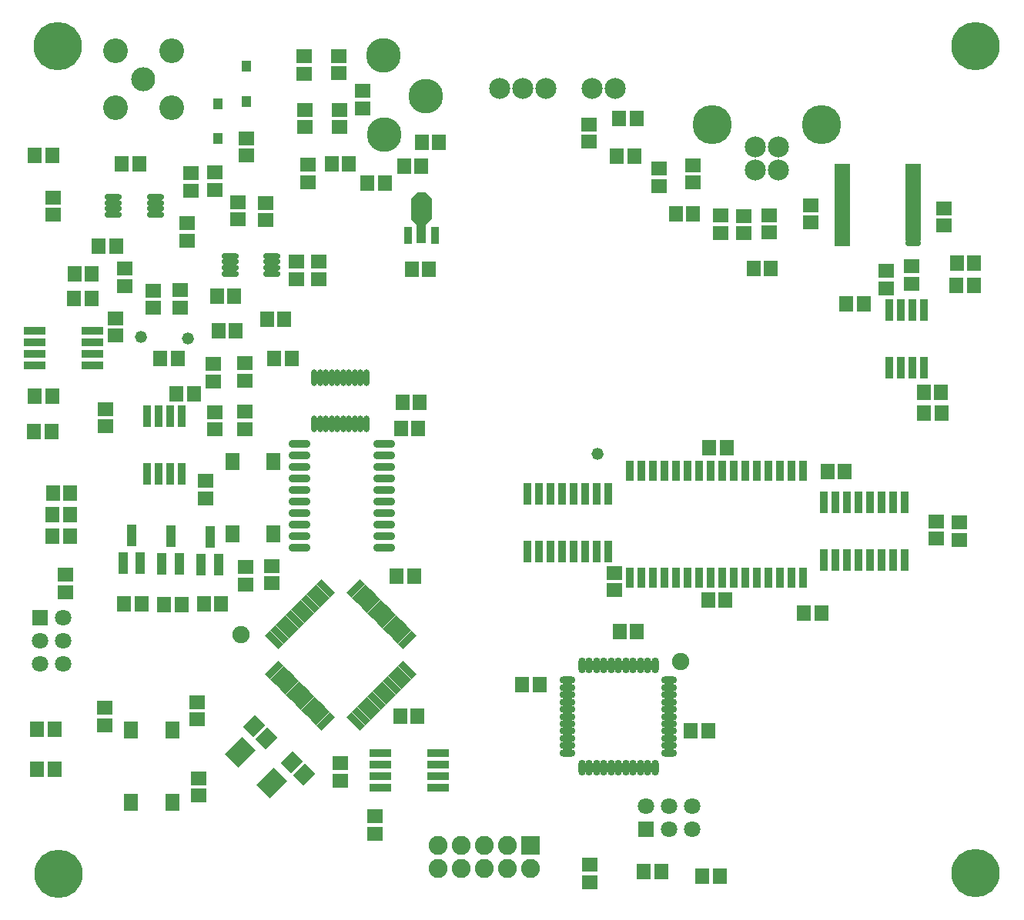
<source format=gts>
G04*
G04 #@! TF.GenerationSoftware,Altium Limited,Altium Designer,18.1.3 (115)*
G04*
G04 Layer_Color=8388736*
%FSAX25Y25*%
%MOIN*%
G70*
G01*
G75*
%ADD45O,0.07499X0.02696*%
%ADD46C,0.07500*%
%ADD47R,0.06318X0.07106*%
%ADD48R,0.07106X0.06318*%
%ADD49R,0.03600X0.09200*%
%ADD50R,0.06318X0.07302*%
%ADD51R,0.09200X0.03600*%
G04:AMPARAMS|DCode=52|XSize=63.18mil|YSize=71.06mil|CornerRadius=0mil|HoleSize=0mil|Usage=FLASHONLY|Rotation=135.000|XOffset=0mil|YOffset=0mil|HoleType=Round|Shape=Rectangle|*
%AMROTATEDRECTD52*
4,1,4,0.04746,0.00278,-0.00278,-0.04746,-0.04746,-0.00278,0.00278,0.04746,0.04746,0.00278,0.0*
%
%ADD52ROTATEDRECTD52*%

G04:AMPARAMS|DCode=53|XSize=82.87mil|YSize=106.49mil|CornerRadius=0mil|HoleSize=0mil|Usage=FLASHONLY|Rotation=135.000|XOffset=0mil|YOffset=0mil|HoleType=Round|Shape=Rectangle|*
%AMROTATEDRECTD53*
4,1,4,0.06695,0.00835,-0.00835,-0.06695,-0.06695,-0.00835,0.00835,0.06695,0.06695,0.00835,0.0*
%
%ADD53ROTATEDRECTD53*%

G04:AMPARAMS|DCode=54|XSize=82.87mil|YSize=31.69mil|CornerRadius=0mil|HoleSize=0mil|Usage=FLASHONLY|Rotation=135.000|XOffset=0mil|YOffset=0mil|HoleType=Round|Shape=Rectangle|*
%AMROTATEDRECTD54*
4,1,4,0.04050,-0.01810,0.01810,-0.04050,-0.04050,0.01810,-0.01810,0.04050,0.04050,-0.01810,0.0*
%
%ADD54ROTATEDRECTD54*%

G04:AMPARAMS|DCode=55|XSize=82.87mil|YSize=31.69mil|CornerRadius=0mil|HoleSize=0mil|Usage=FLASHONLY|Rotation=45.000|XOffset=0mil|YOffset=0mil|HoleType=Round|Shape=Rectangle|*
%AMROTATEDRECTD55*
4,1,4,-0.01810,-0.04050,-0.04050,-0.01810,0.01810,0.04050,0.04050,0.01810,-0.01810,-0.04050,0.0*
%
%ADD55ROTATEDRECTD55*%

%ADD56R,0.04350X0.09200*%
%ADD57R,0.04350X0.09224*%
%ADD58O,0.09468X0.03562*%
%ADD59O,0.02578X0.07302*%
%ADD60C,0.05200*%
%ADD61R,0.04153X0.05137*%
%ADD62R,0.06909X0.02696*%
%ADD63O,0.06909X0.02696*%
%ADD64R,0.03562X0.07499*%
%ADD65R,0.03956X0.09074*%
%ADD66R,0.07106X0.06318*%
%ADD67R,0.06318X0.07106*%
%ADD68O,0.03169X0.06909*%
%ADD69O,0.06909X0.03169*%
%ADD70R,0.03365X0.09074*%
%ADD71R,0.07106X0.07106*%
%ADD72C,0.07106*%
%ADD73R,0.08200X0.08200*%
%ADD74C,0.08200*%
%ADD75C,0.10400*%
%ADD76C,0.10700*%
%ADD77C,0.09074*%
%ADD78C,0.16948*%
%ADD79C,0.14980*%
%ADD80C,0.20885*%
%ADD81R,0.07106X0.07106*%
G36*
X0325258Y0415843D02*
X0325261Y0415843D01*
X0325295Y0415838D01*
X0325328Y0415832D01*
X0325393Y0415813D01*
X0325455Y0415788D01*
X0325514Y0415755D01*
X0325569Y0415716D01*
X0325619Y0415671D01*
X0325619Y0415671D01*
X0328178Y0413112D01*
X0328178Y0413112D01*
X0328223Y0413062D01*
X0328262Y0413007D01*
X0328277Y0412980D01*
X0328295Y0412948D01*
X0328320Y0412886D01*
X0328339Y0412821D01*
X0328345Y0412787D01*
X0328350Y0412754D01*
X0328351Y0412751D01*
X0328354Y0412687D01*
X0328354Y0412687D01*
Y0404420D01*
X0328354Y0404419D01*
X0328351Y0404356D01*
X0328350Y0404352D01*
X0328345Y0404319D01*
X0328339Y0404286D01*
X0328320Y0404221D01*
X0328295Y0404159D01*
X0328277Y0404126D01*
X0328262Y0404100D01*
X0328223Y0404045D01*
X0328178Y0403994D01*
X0328178Y0403994D01*
X0325619Y0401435D01*
X0325569Y0401390D01*
X0325514Y0401351D01*
X0325455Y0401319D01*
X0325393Y0401293D01*
X0325328Y0401274D01*
X0325295Y0401269D01*
X0325261Y0401263D01*
X0325258Y0401263D01*
X0325194Y0401259D01*
X0325194Y0401259D01*
X0322438D01*
X0322438Y0401259D01*
X0322375Y0401263D01*
X0322371Y0401263D01*
X0322338Y0401269D01*
X0322305Y0401274D01*
X0322240Y0401293D01*
X0322178Y0401319D01*
X0322118Y0401351D01*
X0322063Y0401390D01*
X0322013Y0401435D01*
X0322013Y0401435D01*
X0319454Y0403994D01*
X0319454Y0403994D01*
X0319409Y0404045D01*
X0319370Y0404100D01*
X0319356Y0404126D01*
X0319338Y0404159D01*
X0319312Y0404221D01*
X0319293Y0404286D01*
X0319288Y0404319D01*
X0319282Y0404352D01*
X0319282Y0404356D01*
X0319278Y0404419D01*
X0319278Y0404420D01*
Y0412687D01*
X0319278Y0412687D01*
X0319282Y0412751D01*
X0319282Y0412754D01*
X0319288Y0412787D01*
X0319293Y0412821D01*
X0319312Y0412886D01*
X0319338Y0412948D01*
X0319356Y0412980D01*
X0319370Y0413007D01*
X0319409Y0413062D01*
X0319454Y0413112D01*
X0319454Y0413112D01*
X0322013Y0415671D01*
X0322063Y0415716D01*
X0322118Y0415755D01*
X0322178Y0415788D01*
X0322240Y0415813D01*
X0322305Y0415832D01*
X0322338Y0415838D01*
X0322371Y0415843D01*
X0322375Y0415843D01*
X0322438Y0415847D01*
X0322438Y0415847D01*
X0325194D01*
X0325194Y0415847D01*
X0325258Y0415843D01*
D02*
G37*
D45*
X0190461Y0413755D02*
D03*
Y0411196D02*
D03*
Y0408637D02*
D03*
Y0406078D02*
D03*
X0208571Y0413755D02*
D03*
Y0411196D02*
D03*
Y0408637D02*
D03*
Y0406078D02*
D03*
X0241061Y0388155D02*
D03*
Y0385596D02*
D03*
Y0383037D02*
D03*
Y0380478D02*
D03*
X0259171Y0388155D02*
D03*
Y0385596D02*
D03*
Y0383037D02*
D03*
Y0380478D02*
D03*
D46*
X0245816Y0224116D02*
D03*
X0436183Y0212416D02*
D03*
D47*
X0541376Y0320116D02*
D03*
X0548856D02*
D03*
X0563156Y0384916D02*
D03*
X0555676D02*
D03*
X0562956Y0375216D02*
D03*
X0555476D02*
D03*
X0489376Y0233216D02*
D03*
X0496856D02*
D03*
X0315676Y0324616D02*
D03*
X0323156D02*
D03*
X0217776Y0328416D02*
D03*
X0225256D02*
D03*
X0164956Y0165716D02*
D03*
X0157476D02*
D03*
X0427656Y0121416D02*
D03*
X0420176D02*
D03*
X0314676Y0188616D02*
D03*
X0322156D02*
D03*
X0313076Y0249316D02*
D03*
X0320556D02*
D03*
X0202556Y0237216D02*
D03*
X0195076D02*
D03*
X0171756Y0285316D02*
D03*
X0164276D02*
D03*
X0171556Y0266616D02*
D03*
X0164076D02*
D03*
X0171656Y0276016D02*
D03*
X0164176D02*
D03*
X0499676Y0294716D02*
D03*
X0507156D02*
D03*
X0447876Y0239016D02*
D03*
X0455356D02*
D03*
X0455856Y0305116D02*
D03*
X0448376D02*
D03*
X0314976Y0313316D02*
D03*
X0322456D02*
D03*
X0541276Y0329116D02*
D03*
X0548756D02*
D03*
X0260055Y0343816D02*
D03*
X0267536D02*
D03*
X0256876Y0360616D02*
D03*
X0264356D02*
D03*
X0210776Y0343616D02*
D03*
X0218256D02*
D03*
X0156176Y0311916D02*
D03*
X0163656D02*
D03*
X0156376Y0327416D02*
D03*
X0163856D02*
D03*
X0242756Y0370716D02*
D03*
X0235276D02*
D03*
X0307856Y0419816D02*
D03*
X0300376D02*
D03*
X0243356Y0355816D02*
D03*
X0235876D02*
D03*
X0184176Y0392216D02*
D03*
X0191656D02*
D03*
X0173676Y0380416D02*
D03*
X0181156D02*
D03*
X0173376Y0369716D02*
D03*
X0180856D02*
D03*
X0292456Y0428136D02*
D03*
X0284976D02*
D03*
X0417056Y0225416D02*
D03*
X0409576D02*
D03*
X0441456Y0406316D02*
D03*
X0433976D02*
D03*
X0475056Y0382616D02*
D03*
X0467576D02*
D03*
X0327156Y0382316D02*
D03*
X0319676D02*
D03*
X0331356Y0437516D02*
D03*
X0323876D02*
D03*
X0316276Y0427116D02*
D03*
X0323756D02*
D03*
X0415956Y0431416D02*
D03*
X0408476D02*
D03*
X0416856Y0447616D02*
D03*
X0409376D02*
D03*
X0229676Y0237389D02*
D03*
X0237156D02*
D03*
X0212476Y0237116D02*
D03*
X0219956D02*
D03*
X0447956Y0182316D02*
D03*
X0440476D02*
D03*
X0507776Y0367316D02*
D03*
X0515256D02*
D03*
X0156376Y0431676D02*
D03*
X0163856D02*
D03*
X0194176Y0428116D02*
D03*
X0201656D02*
D03*
X0452856Y0119416D02*
D03*
X0445376D02*
D03*
X0367476Y0202216D02*
D03*
X0374956D02*
D03*
D48*
X0536016Y0383556D02*
D03*
Y0376076D02*
D03*
X0525016Y0381656D02*
D03*
Y0374176D02*
D03*
X0556616Y0272656D02*
D03*
Y0265176D02*
D03*
X0546716Y0273043D02*
D03*
Y0265563D02*
D03*
X0288816Y0168256D02*
D03*
Y0160776D02*
D03*
X0247716Y0253256D02*
D03*
Y0245776D02*
D03*
X0227416Y0161856D02*
D03*
Y0154376D02*
D03*
X0303616Y0145256D02*
D03*
Y0137776D02*
D03*
X0258878Y0246376D02*
D03*
Y0253856D02*
D03*
X0230416Y0283176D02*
D03*
Y0290656D02*
D03*
X0407216Y0250756D02*
D03*
Y0243276D02*
D03*
X0247416Y0313176D02*
D03*
Y0320656D02*
D03*
X0247516Y0334136D02*
D03*
Y0341616D02*
D03*
X0219316Y0373356D02*
D03*
Y0365876D02*
D03*
X0191416Y0353576D02*
D03*
Y0361056D02*
D03*
X0234516Y0312976D02*
D03*
Y0320456D02*
D03*
X0233716Y0341216D02*
D03*
Y0333736D02*
D03*
X0269716Y0385656D02*
D03*
Y0378176D02*
D03*
X0207716Y0373156D02*
D03*
Y0365676D02*
D03*
X0256216Y0403676D02*
D03*
Y0411156D02*
D03*
X0164416Y0405976D02*
D03*
Y0413456D02*
D03*
X0195416Y0382556D02*
D03*
Y0375076D02*
D03*
X0222516Y0394736D02*
D03*
Y0402216D02*
D03*
X0234316Y0416776D02*
D03*
Y0424256D02*
D03*
X0224016Y0423956D02*
D03*
Y0416476D02*
D03*
X0474316Y0405756D02*
D03*
Y0398276D02*
D03*
X0492216Y0410118D02*
D03*
Y0402637D02*
D03*
X0441416Y0419976D02*
D03*
Y0427456D02*
D03*
X0298216Y0459656D02*
D03*
Y0452176D02*
D03*
X0273116Y0467176D02*
D03*
Y0474656D02*
D03*
X0288216Y0443976D02*
D03*
Y0451456D02*
D03*
X0396216Y0445056D02*
D03*
Y0437576D02*
D03*
X0226816Y0187376D02*
D03*
Y0194856D02*
D03*
X0186616Y0192356D02*
D03*
Y0184876D02*
D03*
X0187016Y0321716D02*
D03*
Y0314236D02*
D03*
X0288016Y0474756D02*
D03*
Y0467276D02*
D03*
X0426816Y0425956D02*
D03*
Y0418476D02*
D03*
X0550116Y0408756D02*
D03*
Y0401276D02*
D03*
X0247916Y0431676D02*
D03*
Y0439156D02*
D03*
X0244316Y0403976D02*
D03*
Y0411456D02*
D03*
X0396716Y0124256D02*
D03*
Y0116776D02*
D03*
X0169716Y0249956D02*
D03*
Y0242476D02*
D03*
X0279216Y0385556D02*
D03*
Y0378076D02*
D03*
D49*
X0541416Y0339716D02*
D03*
X0536416D02*
D03*
X0531416D02*
D03*
X0526416D02*
D03*
Y0364716D02*
D03*
X0531416D02*
D03*
X0536416D02*
D03*
X0541416D02*
D03*
X0497916Y0281416D02*
D03*
X0502916D02*
D03*
X0507916D02*
D03*
X0512916D02*
D03*
X0517916D02*
D03*
X0522916D02*
D03*
X0527916D02*
D03*
X0532916D02*
D03*
X0527916Y0256416D02*
D03*
X0522916D02*
D03*
X0517916D02*
D03*
X0497916D02*
D03*
X0502916D02*
D03*
X0507916D02*
D03*
X0512916D02*
D03*
X0532916D02*
D03*
X0204916Y0318816D02*
D03*
X0209916D02*
D03*
X0214916D02*
D03*
X0219916D02*
D03*
Y0293816D02*
D03*
X0214916D02*
D03*
X0209916D02*
D03*
X0204916D02*
D03*
X0369716Y0284916D02*
D03*
X0389716D02*
D03*
X0394716D02*
D03*
X0399716D02*
D03*
X0404716D02*
D03*
X0384716Y0284916D02*
D03*
X0379716Y0284916D02*
D03*
X0374716D02*
D03*
X0369716Y0259916D02*
D03*
X0374716D02*
D03*
X0379716D02*
D03*
X0384716D02*
D03*
X0389716D02*
D03*
X0394716D02*
D03*
X0399716D02*
D03*
X0404716D02*
D03*
D50*
X0241858Y0267767D02*
D03*
X0259574D02*
D03*
X0241858Y0299066D02*
D03*
X0259574D02*
D03*
X0215874Y0182666D02*
D03*
X0198158D02*
D03*
X0215874Y0151367D02*
D03*
X0198158D02*
D03*
D51*
X0331016Y0172816D02*
D03*
Y0167816D02*
D03*
Y0162816D02*
D03*
Y0157816D02*
D03*
X0306016D02*
D03*
Y0162816D02*
D03*
Y0167816D02*
D03*
Y0172816D02*
D03*
X0181516Y0340716D02*
D03*
Y0345716D02*
D03*
Y0350716D02*
D03*
Y0355716D02*
D03*
X0156516D02*
D03*
Y0350716D02*
D03*
Y0345716D02*
D03*
Y0340716D02*
D03*
D52*
X0256661Y0178972D02*
D03*
X0251372Y0184261D02*
D03*
X0272979Y0163296D02*
D03*
X0267690Y0168585D02*
D03*
D53*
X0245446Y0173010D02*
D03*
X0258878Y0159578D02*
D03*
D54*
X0282370Y0244070D02*
D03*
X0280143Y0241843D02*
D03*
X0277916Y0239616D02*
D03*
X0275689Y0237389D02*
D03*
X0273462Y0235162D02*
D03*
X0271235Y0232935D02*
D03*
X0269008Y0230708D02*
D03*
X0266781Y0228481D02*
D03*
X0264553Y0226254D02*
D03*
X0262326Y0224026D02*
D03*
X0260099Y0221799D02*
D03*
X0317726Y0208715D02*
D03*
X0315499Y0206488D02*
D03*
X0313271Y0204261D02*
D03*
X0311044Y0202034D02*
D03*
X0308817Y0199807D02*
D03*
X0306590Y0197580D02*
D03*
X0304363Y0195352D02*
D03*
X0302136Y0193125D02*
D03*
X0299909Y0190898D02*
D03*
X0297682Y0188671D02*
D03*
X0295455Y0186444D02*
D03*
D55*
X0317726Y0221799D02*
D03*
X0315499Y0224026D02*
D03*
X0313272Y0226254D02*
D03*
X0311044Y0228481D02*
D03*
X0308817Y0230708D02*
D03*
X0306590Y0232935D02*
D03*
X0304363Y0235162D02*
D03*
X0302136Y0237389D02*
D03*
X0299909Y0239616D02*
D03*
X0297682Y0241843D02*
D03*
X0295455Y0244070D02*
D03*
X0282370Y0186444D02*
D03*
X0280143Y0188671D02*
D03*
X0277916Y0190898D02*
D03*
X0275689Y0193125D02*
D03*
X0273462Y0195352D02*
D03*
X0271235Y0197580D02*
D03*
X0269008Y0199807D02*
D03*
X0266781Y0202034D02*
D03*
X0264553Y0204261D02*
D03*
X0262326Y0206488D02*
D03*
X0260099Y0208715D02*
D03*
D56*
X0215256Y0266616D02*
D03*
X0218997Y0254616D02*
D03*
X0232256Y0266216D02*
D03*
X0235997Y0254216D02*
D03*
X0198416Y0267016D02*
D03*
X0202156Y0255016D02*
D03*
D57*
X0211516Y0254616D02*
D03*
X0228516Y0254216D02*
D03*
X0194676Y0255016D02*
D03*
D58*
X0271009Y0306616D02*
D03*
Y0301616D02*
D03*
X0271009Y0296616D02*
D03*
X0271009Y0291616D02*
D03*
Y0286616D02*
D03*
Y0281616D02*
D03*
Y0276616D02*
D03*
X0271009Y0271616D02*
D03*
X0271009Y0266616D02*
D03*
Y0261616D02*
D03*
X0307623Y0306616D02*
D03*
Y0301616D02*
D03*
Y0296616D02*
D03*
Y0291616D02*
D03*
Y0286616D02*
D03*
Y0281616D02*
D03*
Y0276616D02*
D03*
Y0271616D02*
D03*
Y0266616D02*
D03*
Y0261616D02*
D03*
D59*
X0277466Y0315377D02*
D03*
X0279966D02*
D03*
X0282466D02*
D03*
X0284966D02*
D03*
X0287466D02*
D03*
X0289966D02*
D03*
X0292466D02*
D03*
X0294966D02*
D03*
X0297466D02*
D03*
X0299966D02*
D03*
X0277466Y0335455D02*
D03*
X0279966D02*
D03*
X0282466D02*
D03*
X0284966D02*
D03*
X0287466D02*
D03*
X0289966D02*
D03*
X0292466D02*
D03*
X0294966D02*
D03*
X0297466D02*
D03*
X0299966D02*
D03*
D60*
X0202216Y0352916D02*
D03*
X0222716Y0352516D02*
D03*
X0400116Y0302516D02*
D03*
D61*
X0247916Y0455137D02*
D03*
Y0470295D02*
D03*
X0235816Y0454095D02*
D03*
Y0438937D02*
D03*
D62*
X0505862Y0426850D02*
D03*
Y0424291D02*
D03*
Y0421732D02*
D03*
Y0419173D02*
D03*
Y0416614D02*
D03*
Y0414055D02*
D03*
Y0411496D02*
D03*
Y0408937D02*
D03*
Y0406378D02*
D03*
Y0403819D02*
D03*
Y0401260D02*
D03*
Y0398700D02*
D03*
Y0396141D02*
D03*
Y0393582D02*
D03*
X0536571Y0426850D02*
D03*
Y0424291D02*
D03*
Y0421732D02*
D03*
Y0419173D02*
D03*
Y0416614D02*
D03*
Y0414055D02*
D03*
Y0411496D02*
D03*
Y0408937D02*
D03*
Y0406378D02*
D03*
Y0403819D02*
D03*
Y0401260D02*
D03*
Y0398700D02*
D03*
Y0396141D02*
D03*
D63*
Y0393582D02*
D03*
D64*
X0329722Y0397136D02*
D03*
X0317911D02*
D03*
D65*
X0323816Y0397923D02*
D03*
D66*
X0273216Y0443895D02*
D03*
Y0451375D02*
D03*
X0274816Y0420176D02*
D03*
Y0427656D02*
D03*
X0453316Y0398076D02*
D03*
Y0405556D02*
D03*
X0463516Y0405456D02*
D03*
Y0397976D02*
D03*
D67*
X0157476Y0183116D02*
D03*
X0164956D02*
D03*
D68*
X0393368Y0166469D02*
D03*
X0396518D02*
D03*
X0399667D02*
D03*
X0402817D02*
D03*
X0405967D02*
D03*
X0409116D02*
D03*
X0412266D02*
D03*
X0415415D02*
D03*
X0418565D02*
D03*
X0421715D02*
D03*
X0424864D02*
D03*
Y0210563D02*
D03*
X0421715D02*
D03*
X0418565D02*
D03*
X0415415D02*
D03*
X0412266D02*
D03*
X0409116D02*
D03*
X0405967D02*
D03*
X0402817D02*
D03*
X0399667D02*
D03*
X0396518D02*
D03*
X0393368D02*
D03*
D69*
X0431163Y0172768D02*
D03*
Y0175918D02*
D03*
Y0179067D02*
D03*
Y0182217D02*
D03*
Y0185367D02*
D03*
Y0188516D02*
D03*
Y0191666D02*
D03*
Y0194815D02*
D03*
Y0197965D02*
D03*
Y0201115D02*
D03*
Y0204264D02*
D03*
X0387069Y0204264D02*
D03*
Y0201115D02*
D03*
Y0197965D02*
D03*
Y0194815D02*
D03*
Y0191666D02*
D03*
Y0188516D02*
D03*
Y0185367D02*
D03*
Y0182217D02*
D03*
Y0179067D02*
D03*
Y0175918D02*
D03*
Y0172768D02*
D03*
D70*
X0489116Y0294915D02*
D03*
X0484116D02*
D03*
X0479116D02*
D03*
X0474116D02*
D03*
X0469116D02*
D03*
X0464116D02*
D03*
X0459116D02*
D03*
X0454116D02*
D03*
X0449116D02*
D03*
X0444116D02*
D03*
X0439116D02*
D03*
X0434116D02*
D03*
X0429116D02*
D03*
X0424116D02*
D03*
X0419116D02*
D03*
X0414116D02*
D03*
X0489116Y0248616D02*
D03*
X0484116D02*
D03*
X0479116D02*
D03*
X0474116D02*
D03*
X0469116D02*
D03*
X0464116D02*
D03*
X0459116D02*
D03*
X0454116D02*
D03*
X0449116D02*
D03*
X0444116D02*
D03*
X0439116D02*
D03*
X0434116D02*
D03*
X0429116Y0248616D02*
D03*
X0424116Y0248616D02*
D03*
X0419116D02*
D03*
X0414116D02*
D03*
D71*
X0158616Y0231516D02*
D03*
D72*
X0158616Y0221516D02*
D03*
X0158616Y0211516D02*
D03*
X0168616Y0231516D02*
D03*
X0168616Y0221516D02*
D03*
X0168616Y0211516D02*
D03*
X0441016Y0149716D02*
D03*
X0431016D02*
D03*
X0421016D02*
D03*
X0441016Y0139716D02*
D03*
X0431016D02*
D03*
D73*
X0371116Y0132716D02*
D03*
D74*
Y0122716D02*
D03*
X0361116Y0132716D02*
D03*
Y0122716D02*
D03*
X0351116Y0132716D02*
D03*
Y0122716D02*
D03*
X0341116Y0132716D02*
D03*
X0341116Y0122716D02*
D03*
X0331116Y0132716D02*
D03*
X0331116Y0122716D02*
D03*
D75*
X0203516Y0464616D02*
D03*
D76*
X0191193Y0452293D02*
D03*
X0215839D02*
D03*
Y0476939D02*
D03*
X0191193D02*
D03*
D77*
X0478216Y0425374D02*
D03*
X0468374Y0435216D02*
D03*
X0478216D02*
D03*
X0468374Y0425374D02*
D03*
X0357716Y0460816D02*
D03*
X0377716D02*
D03*
X0397716D02*
D03*
X0407716D02*
D03*
X0367716D02*
D03*
D78*
X0449673Y0445059D02*
D03*
X0496917D02*
D03*
D79*
X0307716Y0440616D02*
D03*
X0325616Y0457316D02*
D03*
X0307516Y0475016D02*
D03*
D80*
X0563816Y0120616D02*
D03*
X0563616Y0479116D02*
D03*
X0166516D02*
D03*
X0166716Y0120316D02*
D03*
D81*
X0421016Y0139716D02*
D03*
M02*

</source>
